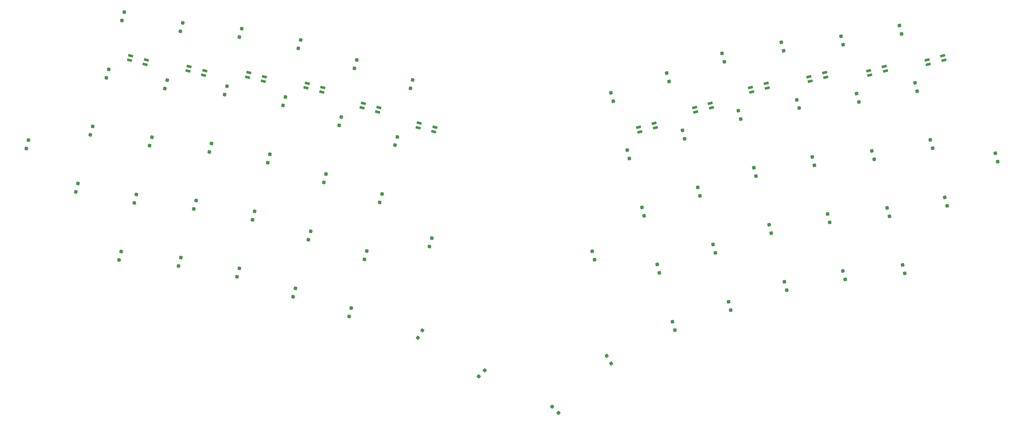
<source format=gbp>
G04 #@! TF.GenerationSoftware,KiCad,Pcbnew,8.0.2*
G04 #@! TF.CreationDate,2024-05-23T23:16:29+01:00*
G04 #@! TF.ProjectId,Phoenixia3,50686f65-6e69-4786-9961-332e6b696361,1*
G04 #@! TF.SameCoordinates,Original*
G04 #@! TF.FileFunction,Paste,Bot*
G04 #@! TF.FilePolarity,Positive*
%FSLAX46Y46*%
G04 Gerber Fmt 4.6, Leading zero omitted, Abs format (unit mm)*
G04 Created by KiCad (PCBNEW 8.0.2) date 2024-05-23 23:16:29*
%MOMM*%
%LPD*%
G01*
G04 APERTURE LIST*
G04 Aperture macros list*
%AMRoundRect*
0 Rectangle with rounded corners*
0 $1 Rounding radius*
0 $2 $3 $4 $5 $6 $7 $8 $9 X,Y pos of 4 corners*
0 Add a 4 corners polygon primitive as box body*
4,1,4,$2,$3,$4,$5,$6,$7,$8,$9,$2,$3,0*
0 Add four circle primitives for the rounded corners*
1,1,$1+$1,$2,$3*
1,1,$1+$1,$4,$5*
1,1,$1+$1,$6,$7*
1,1,$1+$1,$8,$9*
0 Add four rect primitives between the rounded corners*
20,1,$1+$1,$2,$3,$4,$5,0*
20,1,$1+$1,$4,$5,$6,$7,0*
20,1,$1+$1,$6,$7,$8,$9,0*
20,1,$1+$1,$8,$9,$2,$3,0*%
G04 Aperture macros list end*
%ADD10RoundRect,0.082000X0.608642X-0.502656X0.778427X0.130992X-0.608642X0.502656X-0.778427X-0.130992X0*%
%ADD11RoundRect,0.082000X0.778427X-0.130992X0.608642X0.502656X-0.778427X0.130992X-0.608642X-0.502656X0*%
%ADD12RoundRect,0.250000X-0.212132X0.367423X-0.367423X-0.212132X0.212132X-0.367423X0.367423X0.212132X0*%
%ADD13RoundRect,0.250000X-0.367423X0.212132X-0.212132X-0.367423X0.367423X-0.212132X0.212132X0.367423X0*%
%ADD14RoundRect,0.250000X-0.409808X0.109808X-0.109808X-0.409808X0.409808X-0.109808X0.109808X0.409808X0*%
%ADD15RoundRect,0.250000X-0.424264X0.000000X0.000000X-0.424264X0.424264X0.000000X0.000000X0.424264X0*%
%ADD16RoundRect,0.250000X-0.109808X0.409808X-0.409808X-0.109808X0.109808X-0.409808X0.409808X0.109808X0*%
%ADD17RoundRect,0.250000X0.000000X0.424264X-0.424264X0.000000X0.000000X-0.424264X0.424264X0.000000X0*%
G04 APERTURE END LIST*
D10*
X73000824Y-120503406D03*
X73389053Y-119054517D03*
X68366239Y-117708657D03*
X67978010Y-119157547D03*
D11*
X329855667Y-119172720D03*
X329467437Y-117723833D03*
X324444623Y-119069689D03*
X324832851Y-120518577D03*
X237071072Y-140889115D03*
X236682842Y-139440228D03*
X231660028Y-140786084D03*
X232048256Y-142234972D03*
X311063371Y-122666995D03*
X310675141Y-121218108D03*
X305652327Y-122563964D03*
X306040555Y-124012852D03*
D10*
X147791235Y-135820516D03*
X148179461Y-134371630D03*
X143156647Y-133025769D03*
X142768420Y-134474656D03*
X110980039Y-125970134D03*
X111368265Y-124521248D03*
X106345451Y-123175387D03*
X105957224Y-124624274D03*
D11*
X255077519Y-134486536D03*
X254689289Y-133037649D03*
X249666475Y-134383505D03*
X250054703Y-135832393D03*
X291879298Y-124625534D03*
X291491068Y-123176647D03*
X286468254Y-124522503D03*
X286856482Y-125971391D03*
D10*
X165797684Y-142223085D03*
X166185910Y-140774199D03*
X161163096Y-139428338D03*
X160774869Y-140877225D03*
X91790275Y-123983772D03*
X92178501Y-122534886D03*
X87155687Y-121189025D03*
X86767460Y-122637912D03*
D11*
X273081116Y-128097875D03*
X272692886Y-126648988D03*
X267670072Y-127994844D03*
X268058300Y-129443732D03*
D10*
X129775375Y-129428562D03*
X130163601Y-127979676D03*
X125140787Y-126633815D03*
X124752560Y-128082702D03*
D12*
X75171507Y-144004050D03*
X74446813Y-146708650D03*
D13*
X237654072Y-184942353D03*
X238378768Y-187646947D03*
D12*
X80102012Y-125603173D03*
X79377318Y-128307773D03*
D14*
X221451390Y-214438410D03*
X222851396Y-216863284D03*
D12*
X85083838Y-107107325D03*
X84359144Y-109811925D03*
D13*
X278575383Y-190566400D03*
X279300079Y-193270994D03*
X287509707Y-150306186D03*
X288234403Y-153010780D03*
D12*
X126241973Y-174241690D03*
X125517279Y-176946290D03*
D13*
X216778634Y-180694391D03*
X217503330Y-183398985D03*
X263781026Y-135377643D03*
X264505722Y-138082237D03*
D15*
X203911439Y-230760897D03*
X205891343Y-232740791D03*
D13*
X306696624Y-148333737D03*
X307421320Y-151038331D03*
D12*
X139324129Y-199021967D03*
X138599435Y-201726567D03*
X113156604Y-149448845D03*
X112431910Y-152153445D03*
D13*
X222799131Y-129669531D03*
X223523827Y-132374125D03*
X296745722Y-111445482D03*
X297470418Y-114150076D03*
X277558797Y-113417925D03*
X278283493Y-116122519D03*
X297368427Y-187080005D03*
X298093123Y-189784599D03*
X311627126Y-166734626D03*
X312351822Y-169439220D03*
D12*
X154109422Y-143842484D03*
X153384728Y-146547084D03*
X159057603Y-125472215D03*
X158332909Y-128176815D03*
D13*
X232723570Y-166541471D03*
X233448266Y-169246065D03*
X315535172Y-107965116D03*
X316259868Y-110669710D03*
D12*
X65326137Y-180772025D03*
X64601443Y-183476625D03*
D13*
X258515278Y-116956009D03*
X259239974Y-119660603D03*
X260586191Y-196971301D03*
X261310887Y-199675895D03*
D16*
X162115418Y-206160732D03*
X160715414Y-208585608D03*
D17*
X182259252Y-219027636D03*
X180279358Y-221007540D03*
D12*
X66294383Y-103626970D03*
X65569689Y-106331570D03*
D13*
X228016328Y-148103143D03*
X228741024Y-150807737D03*
D12*
X89409838Y-164397386D03*
X88685144Y-167101986D03*
D13*
X320555574Y-126452492D03*
X321280270Y-129157086D03*
D12*
X51436904Y-158907198D03*
X50712210Y-161611798D03*
X99301198Y-127578905D03*
X98576504Y-130283505D03*
X144248415Y-180644262D03*
X143523721Y-183348862D03*
D13*
X242601563Y-203371015D03*
X243326259Y-206075609D03*
D12*
X108226094Y-167849729D03*
X107501400Y-170554329D03*
D13*
X330171230Y-163320006D03*
X330895926Y-166024600D03*
X325486074Y-144853382D03*
X326210770Y-147557976D03*
X301766121Y-129932853D03*
X302490817Y-132637447D03*
D12*
X136102898Y-137464732D03*
X135378204Y-140169332D03*
D13*
X240757023Y-123278935D03*
X241481719Y-125983529D03*
X250707928Y-160167195D03*
X251432624Y-162871789D03*
D12*
X103311234Y-186216812D03*
X102586540Y-188921412D03*
X149178921Y-162243369D03*
X148454227Y-164947969D03*
D13*
X292440209Y-168707076D03*
X293164905Y-171411670D03*
X346423187Y-149145341D03*
X347147883Y-151849935D03*
X273642036Y-172179417D03*
X274366732Y-174884011D03*
D12*
X131172474Y-155840800D03*
X130447780Y-158545400D03*
X35530153Y-144861641D03*
X34805459Y-147566241D03*
X118087104Y-131047960D03*
X117362410Y-133752560D03*
D13*
X316560472Y-185121605D03*
X317285168Y-187826199D03*
D12*
X141051153Y-119069640D03*
X140326459Y-121774240D03*
X165174057Y-176442024D03*
X164449363Y-179146624D03*
D13*
X245777425Y-141766303D03*
X246502121Y-144470897D03*
X255660516Y-178539786D03*
X256385212Y-181244380D03*
X282579200Y-131905300D03*
X283303896Y-134609894D03*
D12*
X84515903Y-182758377D03*
X83791209Y-185462977D03*
X121317678Y-192619384D03*
X120592984Y-195323984D03*
D13*
X268711528Y-153778529D03*
X269436224Y-156483123D03*
D12*
X70226019Y-162388811D03*
X69501325Y-165093411D03*
X123035288Y-112677690D03*
X122310594Y-115382290D03*
X61312560Y-122122814D03*
X60587866Y-124827414D03*
X56136718Y-140457956D03*
X55412024Y-143162556D03*
X94370697Y-145979797D03*
X93646003Y-148684397D03*
X104037683Y-109017326D03*
X103312989Y-111721926D03*
M02*

</source>
